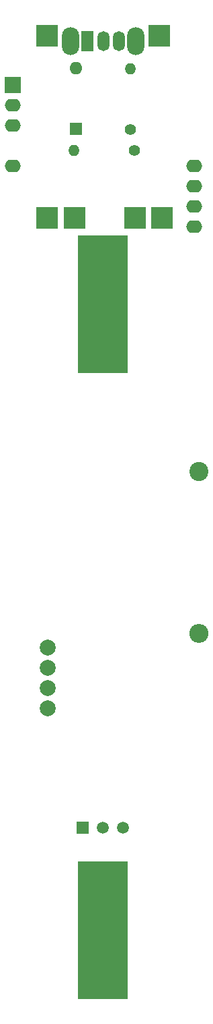
<source format=gbs>
G04 #@! TF.GenerationSoftware,KiCad,Pcbnew,7.0.1*
G04 #@! TF.CreationDate,2023-04-26T20:27:31+02:00*
G04 #@! TF.ProjectId,ispindel_kicad,69737069-6e64-4656-9c5f-6b696361642e,rev?*
G04 #@! TF.SameCoordinates,Original*
G04 #@! TF.FileFunction,Soldermask,Bot*
G04 #@! TF.FilePolarity,Negative*
%FSLAX46Y46*%
G04 Gerber Fmt 4.6, Leading zero omitted, Abs format (unit mm)*
G04 Created by KiCad (PCBNEW 7.0.1) date 2023-04-26 20:27:31*
%MOMM*%
%LPD*%
G01*
G04 APERTURE LIST*
%ADD10C,2.400000*%
%ADD11O,2.400000X2.400000*%
%ADD12R,1.500000X1.500000*%
%ADD13C,1.500000*%
%ADD14C,2.000000*%
%ADD15R,2.000000X2.000000*%
%ADD16O,2.000000X1.600000*%
%ADD17R,2.800000X2.800000*%
%ADD18O,2.200000X3.500000*%
%ADD19R,1.500000X2.500000*%
%ADD20O,1.500000X2.500000*%
%ADD21C,1.400000*%
%ADD22O,1.400000X1.400000*%
%ADD23R,6.350000X17.340000*%
%ADD24R,1.600000X1.600000*%
%ADD25O,1.600000X1.600000*%
G04 APERTURE END LIST*
D10*
X160909000Y-95275400D03*
D11*
X160909000Y-115595400D03*
D12*
X146278600Y-140009200D03*
D13*
X148818600Y-140009200D03*
X151358600Y-140009200D03*
D14*
X141833600Y-117373400D03*
X141833600Y-119913400D03*
X141833600Y-122453400D03*
X141833600Y-124993400D03*
D15*
X137492600Y-46786800D03*
D16*
X137492600Y-49326800D03*
X137492600Y-51866800D03*
X137492600Y-56946800D03*
X160352600Y-64566800D03*
X160352600Y-62026800D03*
X160352600Y-59486800D03*
X160352600Y-56946800D03*
D17*
X141757200Y-40600000D03*
X155957200Y-40600000D03*
X141757200Y-63500000D03*
X156257200Y-63500000D03*
X145257200Y-63500000D03*
X152857200Y-63500000D03*
D18*
X144750600Y-41325800D03*
X152950600Y-41325800D03*
D19*
X146850600Y-41325800D03*
D20*
X148850600Y-41325800D03*
X150850600Y-41325800D03*
D21*
X152781000Y-54991000D03*
D22*
X145161000Y-54991000D03*
D23*
X148845000Y-74310600D03*
X148845000Y-152923600D03*
D21*
X152273000Y-52349400D03*
D22*
X152273000Y-44729400D03*
D24*
X145415000Y-52324000D03*
D25*
X145415000Y-44704000D03*
M02*

</source>
